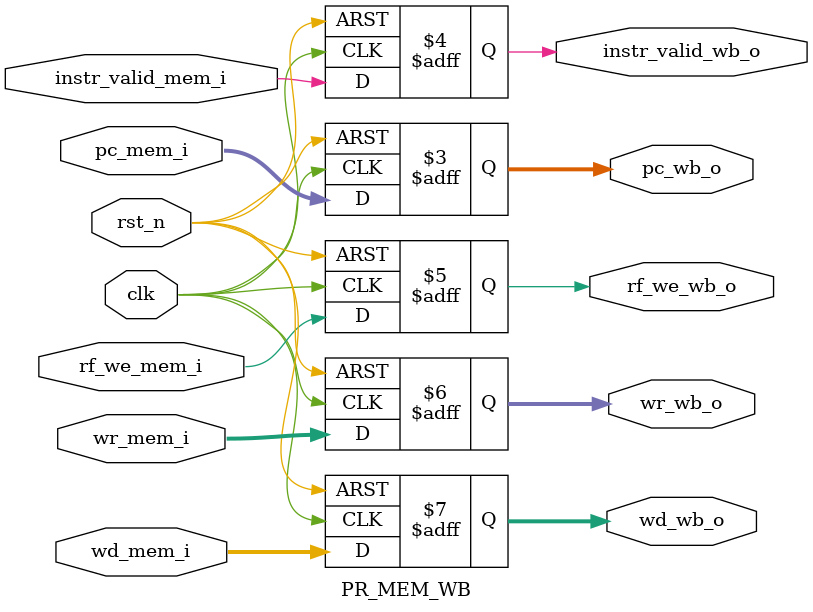
<source format=sv>
module PR_MEM_WB (
    input  logic        clk,
    input  logic        rst_n,
    // MEM级输入
    input  logic [31:0] pc_mem_i,
    // MEM级输出 给WB级输入
    output logic [31:0] pc_wb_o,
    // 判断指令是否有效
    input  logic        instr_valid_mem_i,
    output logic        instr_valid_wb_o,
    // 寄存器堆写使能
    input  logic        rf_we_mem_i,
    output logic        rf_we_wb_o,
    // 写回寄存器地址
    input  logic [ 4:0] wr_mem_i,
    output logic [ 4:0] wr_wb_o,
    // 写回数据
    input  logic [31:0] wd_mem_i,
    output logic [31:0] wd_wb_o
);

    always_ff @(posedge clk or negedge rst_n) begin
        if (!rst_n) begin
            pc_wb_o          <= 32'b0;
            instr_valid_wb_o <= 1'b0;
            rf_we_wb_o       <= 1'b0;
            wr_wb_o          <= 5'b0;
            wd_wb_o          <= 32'b0;
        end else begin
            pc_wb_o          <= pc_mem_i;
            instr_valid_wb_o <= instr_valid_mem_i;
            rf_we_wb_o       <= rf_we_mem_i;
            wr_wb_o          <= wr_mem_i;
            wd_wb_o          <= wd_mem_i;
        end
    end

endmodule

</source>
